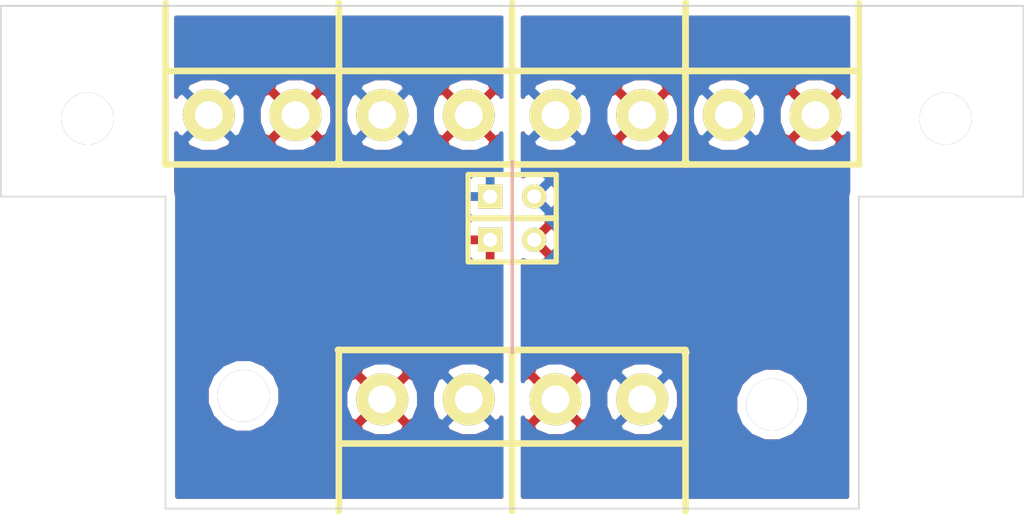
<source format=kicad_pcb>
(kicad_pcb (version 4) (host pcbnew "(2014-jul-16 BZR unknown)-product")

  (general
    (links 12)
    (no_connects 0)
    (area 138.449999 118.449999 197.550001 147.550001)
    (thickness 1.6)
    (drawings 10)
    (tracks 0)
    (zones 0)
    (modules 12)
    (nets 5)
  )

  (page A4)
  (layers
    (0 F.Cu power)
    (31 B.Cu power)
    (32 B.Adhes user)
    (33 F.Adhes user)
    (34 B.Paste user)
    (35 F.Paste user)
    (36 B.SilkS user)
    (37 F.SilkS user)
    (38 B.Mask user)
    (39 F.Mask user)
    (40 Dwgs.User user)
    (41 Cmts.User user)
    (42 Eco1.User user)
    (43 Eco2.User user)
    (44 Edge.Cuts user)
    (45 Margin user)
  )

  (setup
    (last_trace_width 0.254)
    (trace_clearance 0.254)
    (zone_clearance 0.508)
    (zone_45_only no)
    (trace_min 0.254)
    (segment_width 0.2)
    (edge_width 0.1)
    (via_size 0.889)
    (via_drill 0.635)
    (via_min_size 0.889)
    (via_min_drill 0.508)
    (uvia_size 0.508)
    (uvia_drill 0.127)
    (uvias_allowed no)
    (uvia_min_size 0.508)
    (uvia_min_drill 0.127)
    (pcb_text_width 0.3)
    (pcb_text_size 1.5 1.5)
    (mod_edge_width 0.15)
    (mod_text_size 1 1)
    (mod_text_width 0.15)
    (pad_size 1.5 1.5)
    (pad_drill 0.6)
    (pad_to_mask_clearance 0)
    (aux_axis_origin 0 0)
    (visible_elements 7FFFFFFF)
    (pcbplotparams
      (layerselection 0x00030_80000001)
      (usegerberextensions false)
      (excludeedgelayer true)
      (linewidth 0.050000)
      (plotframeref false)
      (viasonmask false)
      (mode 1)
      (useauxorigin false)
      (hpglpennumber 1)
      (hpglpenspeed 20)
      (hpglpendiameter 15)
      (hpglpenoverlay 2)
      (psnegative false)
      (psa4output false)
      (plotreference true)
      (plotvalue true)
      (plotinvisibletext false)
      (padsonsilk false)
      (subtractmaskfromsilk false)
      (outputformat 1)
      (mirror false)
      (drillshape 1)
      (scaleselection 1)
      (outputdirectory ""))
  )

  (net 0 "")
  (net 1 "Net-(CON1-Pad1)")
  (net 2 "Net-(CON1-Pad2)")
  (net 3 "Net-(CON3-Pad1)")
  (net 4 "Net-(CON3-Pad2)")

  (net_class Default "This is the default net class."
    (clearance 0.254)
    (trace_width 0.254)
    (via_dia 0.889)
    (via_drill 0.635)
    (uvia_dia 0.508)
    (uvia_drill 0.127)
    (add_net "Net-(CON1-Pad1)")
    (add_net "Net-(CON1-Pad2)")
    (add_net "Net-(CON3-Pad1)")
    (add_net "Net-(CON3-Pad2)")
  )

  (module Pyth_Connectors:2PIN_Screw_Block (layer F.Cu) (tedit 541709B1) (tstamp 5416F499)
    (at 163 121.5 270)
    (path /5411B85A)
    (fp_text reference CON1 (at 7.5 2 360) (layer F.SilkS) hide
      (effects (font (thickness 0.3048)))
    )
    (fp_text value 2PIN_SCREWTERMINAL (at -18.288 -8.636 270) (layer F.SilkS) hide
      (effects (font (thickness 0.3048)))
    )
    (fp_line (start 0.75184 -5.00126) (end 0.75184 5.00126) (layer F.SilkS) (width 0.381))
    (fp_line (start -3.1496 5.00126) (end 6.14934 5.00126) (layer F.SilkS) (width 0.381))
    (fp_line (start 6.14934 5.00126) (end 6.14934 -5.04952) (layer F.SilkS) (width 0.381))
    (fp_line (start -3.1496 -5.00126) (end 6.14934 -5.00126) (layer F.SilkS) (width 0.381))
    (fp_line (start 5.99948 4.95046) (end 5.99948 5.04952) (layer F.SilkS) (width 0.381))
    (pad 1 thru_hole circle (at 3.29946 -2.49936 270) (size 2.99974 2.99974) (drill 1.6002) (layers *.Cu *.Mask F.SilkS)
      (net 1 "Net-(CON1-Pad1)"))
    (pad 2 thru_hole circle (at 3.29946 2.49936 270) (size 2.99974 2.99974) (drill 1.6002) (layers *.Cu *.Mask F.SilkS)
      (net 2 "Net-(CON1-Pad2)"))
    (model walter/conn_screw/mstba_2,5-2-g-5,08.wrl
      (at (xyz 0.13 0 0))
      (scale (xyz 1 1 1))
      (rotate (xyz 0 0 -90))
    )
  )

  (module Pyth_Connectors:2PIN_Screw_Block (layer F.Cu) (tedit 541709AC) (tstamp 5416F4A4)
    (at 153 121.5 270)
    (path /5411B86E)
    (fp_text reference CON2 (at 7.5 0 360) (layer F.SilkS) hide
      (effects (font (thickness 0.3048)))
    )
    (fp_text value 2PIN_SCREWTERMINAL (at -18.288 -8.636 270) (layer F.SilkS) hide
      (effects (font (thickness 0.3048)))
    )
    (fp_line (start 0.75184 -5.00126) (end 0.75184 5.00126) (layer F.SilkS) (width 0.381))
    (fp_line (start -3.1496 5.00126) (end 6.14934 5.00126) (layer F.SilkS) (width 0.381))
    (fp_line (start 6.14934 5.00126) (end 6.14934 -5.04952) (layer F.SilkS) (width 0.381))
    (fp_line (start -3.1496 -5.00126) (end 6.14934 -5.00126) (layer F.SilkS) (width 0.381))
    (fp_line (start 5.99948 4.95046) (end 5.99948 5.04952) (layer F.SilkS) (width 0.381))
    (pad 1 thru_hole circle (at 3.29946 -2.49936 270) (size 2.99974 2.99974) (drill 1.6002) (layers *.Cu *.Mask F.SilkS)
      (net 1 "Net-(CON1-Pad1)"))
    (pad 2 thru_hole circle (at 3.29946 2.49936 270) (size 2.99974 2.99974) (drill 1.6002) (layers *.Cu *.Mask F.SilkS)
      (net 2 "Net-(CON1-Pad2)"))
    (model walter/conn_screw/mstba_2,5-2-g-5,08.wrl
      (at (xyz 0.13 0 0))
      (scale (xyz 1 1 1))
      (rotate (xyz 0 0 -90))
    )
  )

  (module Pyth_Connectors:2PIN_Screw_Block (layer F.Cu) (tedit 541709B4) (tstamp 5416F4AF)
    (at 173 121.5 270)
    (path /5411B882)
    (fp_text reference CON3 (at 7.5 -2 360) (layer F.SilkS) hide
      (effects (font (thickness 0.3048)))
    )
    (fp_text value 2PIN_SCREWTERMINAL (at -18.288 -8.636 270) (layer F.SilkS) hide
      (effects (font (thickness 0.3048)))
    )
    (fp_line (start 0.75184 -5.00126) (end 0.75184 5.00126) (layer F.SilkS) (width 0.381))
    (fp_line (start -3.1496 5.00126) (end 6.14934 5.00126) (layer F.SilkS) (width 0.381))
    (fp_line (start 6.14934 5.00126) (end 6.14934 -5.04952) (layer F.SilkS) (width 0.381))
    (fp_line (start -3.1496 -5.00126) (end 6.14934 -5.00126) (layer F.SilkS) (width 0.381))
    (fp_line (start 5.99948 4.95046) (end 5.99948 5.04952) (layer F.SilkS) (width 0.381))
    (pad 1 thru_hole circle (at 3.29946 -2.49936 270) (size 2.99974 2.99974) (drill 1.6002) (layers *.Cu *.Mask F.SilkS)
      (net 3 "Net-(CON3-Pad1)"))
    (pad 2 thru_hole circle (at 3.29946 2.49936 270) (size 2.99974 2.99974) (drill 1.6002) (layers *.Cu *.Mask F.SilkS)
      (net 4 "Net-(CON3-Pad2)"))
    (model walter/conn_screw/mstba_2,5-2-g-5,08.wrl
      (at (xyz 0.13 0 0))
      (scale (xyz 1 1 1))
      (rotate (xyz 0 0 -90))
    )
  )

  (module Pyth_Connectors:2PIN_Screw_Block (layer F.Cu) (tedit 541709B8) (tstamp 5416F4BA)
    (at 183 121.5 270)
    (path /5411B896)
    (fp_text reference CON4 (at 7.5 0 360) (layer F.SilkS) hide
      (effects (font (thickness 0.3048)))
    )
    (fp_text value 2PIN_SCREWTERMINAL (at -18.288 -8.636 270) (layer F.SilkS) hide
      (effects (font (thickness 0.3048)))
    )
    (fp_line (start 0.75184 -5.00126) (end 0.75184 5.00126) (layer F.SilkS) (width 0.381))
    (fp_line (start -3.1496 5.00126) (end 6.14934 5.00126) (layer F.SilkS) (width 0.381))
    (fp_line (start 6.14934 5.00126) (end 6.14934 -5.04952) (layer F.SilkS) (width 0.381))
    (fp_line (start -3.1496 -5.00126) (end 6.14934 -5.00126) (layer F.SilkS) (width 0.381))
    (fp_line (start 5.99948 4.95046) (end 5.99948 5.04952) (layer F.SilkS) (width 0.381))
    (pad 1 thru_hole circle (at 3.29946 -2.49936 270) (size 2.99974 2.99974) (drill 1.6002) (layers *.Cu *.Mask F.SilkS)
      (net 3 "Net-(CON3-Pad1)"))
    (pad 2 thru_hole circle (at 3.29946 2.49936 270) (size 2.99974 2.99974) (drill 1.6002) (layers *.Cu *.Mask F.SilkS)
      (net 4 "Net-(CON3-Pad2)"))
    (model walter/conn_screw/mstba_2,5-2-g-5,08.wrl
      (at (xyz 0.13 0 0))
      (scale (xyz 1 1 1))
      (rotate (xyz 0 0 -90))
    )
  )

  (module Pyth_Connectors:2PIN_Screw_Block (layer F.Cu) (tedit 541709A7) (tstamp 5416F4C5)
    (at 163 144.5 90)
    (path /5416EE7E)
    (fp_text reference CON5 (at 8 -2 180) (layer F.SilkS) hide
      (effects (font (thickness 0.3048)))
    )
    (fp_text value 2PIN_SCREWTERMINAL (at -18.288 -8.636 90) (layer F.SilkS) hide
      (effects (font (thickness 0.3048)))
    )
    (fp_line (start 0.75184 -5.00126) (end 0.75184 5.00126) (layer F.SilkS) (width 0.381))
    (fp_line (start -3.1496 5.00126) (end 6.14934 5.00126) (layer F.SilkS) (width 0.381))
    (fp_line (start 6.14934 5.00126) (end 6.14934 -5.04952) (layer F.SilkS) (width 0.381))
    (fp_line (start -3.1496 -5.00126) (end 6.14934 -5.00126) (layer F.SilkS) (width 0.381))
    (fp_line (start 5.99948 4.95046) (end 5.99948 5.04952) (layer F.SilkS) (width 0.381))
    (pad 1 thru_hole circle (at 3.29946 -2.49936 90) (size 2.99974 2.99974) (drill 1.6002) (layers *.Cu *.Mask F.SilkS)
      (net 1 "Net-(CON1-Pad1)"))
    (pad 2 thru_hole circle (at 3.29946 2.49936 90) (size 2.99974 2.99974) (drill 1.6002) (layers *.Cu *.Mask F.SilkS)
      (net 2 "Net-(CON1-Pad2)"))
    (model walter/conn_screw/mstba_2,5-2-g-5,08.wrl
      (at (xyz 0.13 0 0))
      (scale (xyz 1 1 1))
      (rotate (xyz 0 0 -90))
    )
  )

  (module Pyth_Connectors:2PIN_Screw_Block (layer F.Cu) (tedit 541709BB) (tstamp 5416F4D0)
    (at 173 144.5 90)
    (path /5416EF02)
    (fp_text reference CON6 (at 8 2 180) (layer F.SilkS) hide
      (effects (font (thickness 0.3048)))
    )
    (fp_text value 2PIN_SCREWTERMINAL (at -18.288 -8.636 90) (layer F.SilkS) hide
      (effects (font (thickness 0.3048)))
    )
    (fp_line (start 0.75184 -5.00126) (end 0.75184 5.00126) (layer F.SilkS) (width 0.381))
    (fp_line (start -3.1496 5.00126) (end 6.14934 5.00126) (layer F.SilkS) (width 0.381))
    (fp_line (start 6.14934 5.00126) (end 6.14934 -5.04952) (layer F.SilkS) (width 0.381))
    (fp_line (start -3.1496 -5.00126) (end 6.14934 -5.00126) (layer F.SilkS) (width 0.381))
    (fp_line (start 5.99948 4.95046) (end 5.99948 5.04952) (layer F.SilkS) (width 0.381))
    (pad 1 thru_hole circle (at 3.29946 -2.49936 90) (size 2.99974 2.99974) (drill 1.6002) (layers *.Cu *.Mask F.SilkS)
      (net 3 "Net-(CON3-Pad1)"))
    (pad 2 thru_hole circle (at 3.29946 2.49936 90) (size 2.99974 2.99974) (drill 1.6002) (layers *.Cu *.Mask F.SilkS)
      (net 4 "Net-(CON3-Pad2)"))
    (model walter/conn_screw/mstba_2,5-2-g-5,08.wrl
      (at (xyz 0.13 0 0))
      (scale (xyz 1 1 1))
      (rotate (xyz 0 0 -90))
    )
  )

  (module Connect:SIL-2 (layer F.Cu) (tedit 5416F56E) (tstamp 5416F4DA)
    (at 168 132)
    (descr "Connecteurs 2 pins")
    (tags "CONN DEV")
    (path /5416F67E)
    (fp_text reference JP1 (at 28 3.5) (layer F.SilkS) hide
      (effects (font (size 1.72974 1.08712) (thickness 0.27178)))
    )
    (fp_text value JUMPER (at 27.5 5.5) (layer F.SilkS) hide
      (effects (font (size 1.524 1.016) (thickness 0.3048)))
    )
    (fp_line (start -2.54 1.27) (end -2.54 -1.27) (layer F.SilkS) (width 0.3048))
    (fp_line (start -2.54 -1.27) (end 2.54 -1.27) (layer F.SilkS) (width 0.3048))
    (fp_line (start 2.54 -1.27) (end 2.54 1.27) (layer F.SilkS) (width 0.3048))
    (fp_line (start 2.54 1.27) (end -2.54 1.27) (layer F.SilkS) (width 0.3048))
    (pad 1 thru_hole rect (at -1.27 0) (size 1.397 1.397) (drill 0.8128) (layers *.Cu *.Mask F.SilkS)
      (net 1 "Net-(CON1-Pad1)"))
    (pad 2 thru_hole circle (at 1.27 0) (size 1.397 1.397) (drill 0.8128) (layers *.Cu *.Mask F.SilkS)
      (net 3 "Net-(CON3-Pad1)"))
  )

  (module Connect:SIL-2 (layer F.Cu) (tedit 5416F58C) (tstamp 5416F4E4)
    (at 168 129.5)
    (descr "Connecteurs 2 pins")
    (tags "CONN DEV")
    (path /5416F6C7)
    (fp_text reference JP2 (at 32.5 6) (layer F.SilkS) hide
      (effects (font (size 1.72974 1.08712) (thickness 0.27178)))
    )
    (fp_text value JUMPER (at 33.5 8) (layer F.SilkS) hide
      (effects (font (size 1.524 1.016) (thickness 0.3048)))
    )
    (fp_line (start -2.54 1.27) (end -2.54 -1.27) (layer F.SilkS) (width 0.3048))
    (fp_line (start -2.54 -1.27) (end 2.54 -1.27) (layer F.SilkS) (width 0.3048))
    (fp_line (start 2.54 -1.27) (end 2.54 1.27) (layer F.SilkS) (width 0.3048))
    (fp_line (start 2.54 1.27) (end -2.54 1.27) (layer F.SilkS) (width 0.3048))
    (pad 1 thru_hole rect (at -1.27 0) (size 1.397 1.397) (drill 0.8128) (layers *.Cu *.Mask F.SilkS)
      (net 2 "Net-(CON1-Pad2)"))
    (pad 2 thru_hole circle (at 1.27 0) (size 1.397 1.397) (drill 0.8128) (layers *.Cu *.Mask F.SilkS)
      (net 4 "Net-(CON3-Pad2)"))
  )

  (module Mounting_Holes:MountingHole_3mm (layer F.Cu) (tedit 54170993) (tstamp 5416F4EA)
    (at 193 125)
    (descr "Mounting hole, Befestigungsbohrung, 3mm, No Annular, Kein Restring,")
    (tags "Mounting hole, Befestigungsbohrung, 3mm, No Annular, Kein Restring,")
    (path /5416F0DF)
    (fp_text reference M1 (at 0 -4.0005) (layer F.SilkS) hide
      (effects (font (thickness 0.3048)))
    )
    (fp_text value Mounting_hole (at 5 7) (layer F.SilkS) hide
      (effects (font (thickness 0.3048)))
    )
    (fp_circle (center 0 0) (end 2.99974 0) (layer Cmts.User) (width 0.381))
    (pad 1 thru_hole circle (at 0 0) (size 2.99974 2.99974) (drill 2.99974) (layers))
  )

  (module Mounting_Holes:MountingHole_3mm (layer F.Cu) (tedit 541709BC) (tstamp 5416F4F0)
    (at 143.5 125)
    (descr "Mounting hole, Befestigungsbohrung, 3mm, No Annular, Kein Restring,")
    (tags "Mounting hole, Befestigungsbohrung, 3mm, No Annular, Kein Restring,")
    (path /5416F10E)
    (fp_text reference M2 (at 0 -4.0005) (layer F.SilkS) hide
      (effects (font (thickness 0.3048)))
    )
    (fp_text value Mounting_hole (at -6 8.5) (layer F.SilkS) hide
      (effects (font (thickness 0.3048)))
    )
    (fp_circle (center 0 0) (end 2.99974 0) (layer Cmts.User) (width 0.381))
    (pad 1 thru_hole circle (at 0 0) (size 2.99974 2.99974) (drill 2.99974) (layers))
  )

  (module Mounting_Holes:MountingHole_3mm (layer F.Cu) (tedit 5417099C) (tstamp 5416F4F6)
    (at 152.5 141)
    (descr "Mounting hole, Befestigungsbohrung, 3mm, No Annular, Kein Restring,")
    (tags "Mounting hole, Befestigungsbohrung, 3mm, No Annular, Kein Restring,")
    (path /5416F227)
    (fp_text reference M3 (at 0 -4.0005) (layer F.SilkS) hide
      (effects (font (thickness 0.3048)))
    )
    (fp_text value Mounting_hole (at -17.5 18.5) (layer F.SilkS) hide
      (effects (font (thickness 0.3048)))
    )
    (fp_circle (center 0 0) (end 2.99974 0) (layer Cmts.User) (width 0.381))
    (pad 1 thru_hole circle (at 0 0) (size 2.99974 2.99974) (drill 2.99974) (layers))
  )

  (module Mounting_Holes:MountingHole_3mm (layer F.Cu) (tedit 541709A0) (tstamp 5416F4FC)
    (at 183 141.5)
    (descr "Mounting hole, Befestigungsbohrung, 3mm, No Annular, Kein Restring,")
    (tags "Mounting hole, Befestigungsbohrung, 3mm, No Annular, Kein Restring,")
    (path /5416F260)
    (fp_text reference M4 (at 0 -4.0005) (layer F.SilkS) hide
      (effects (font (thickness 0.3048)))
    )
    (fp_text value Mounting_hole (at 1.00076 5.00126) (layer F.SilkS) hide
      (effects (font (thickness 0.3048)))
    )
    (fp_circle (center 0 0) (end 2.99974 0) (layer Cmts.User) (width 0.381))
    (pad 1 thru_hole circle (at 0 0) (size 2.99974 2.99974) (drill 2.99974) (layers))
  )

  (gr_line (start 168 127.5) (end 168 138.5) (angle 90) (layer B.SilkS) (width 0.2))
  (gr_line (start 168 127.5) (end 168 138.5) (angle 90) (layer F.SilkS) (width 0.2))
  (gr_line (start 188 147.5) (end 148 147.5) (angle 90) (layer Edge.Cuts) (width 0.1))
  (gr_line (start 188 129.5) (end 188 147.5) (angle 90) (layer Edge.Cuts) (width 0.1))
  (gr_line (start 197.5 129.5) (end 188 129.5) (angle 90) (layer Edge.Cuts) (width 0.1))
  (gr_line (start 197.5 118.5) (end 197.5 129.5) (angle 90) (layer Edge.Cuts) (width 0.1))
  (gr_line (start 138.5 118.5) (end 197.5 118.5) (angle 90) (layer Edge.Cuts) (width 0.1))
  (gr_line (start 138.5 129.5) (end 138.5 118.5) (angle 90) (layer Edge.Cuts) (width 0.1))
  (gr_line (start 148 129.5) (end 138.5 129.5) (angle 90) (layer Edge.Cuts) (width 0.1))
  (gr_line (start 148 147.5) (end 148 129.5) (angle 90) (layer Edge.Cuts) (width 0.1))

  (zone (net 1) (net_name "Net-(CON1-Pad1)") (layer F.Cu) (tstamp 54170805) (hatch edge 0.508)
    (connect_pads (clearance 0.508))
    (min_thickness 0.254)
    (fill yes (arc_segments 16) (thermal_gap 0.508) (thermal_bridge_width 0.508))
    (polygon
      (pts
        (xy 167.5 147) (xy 148.5 147) (xy 148.5 119) (xy 167.5 119)
      )
    )
    (filled_polygon
      (pts
        (xy 167.373 146.815) (xy 162.643235 146.815) (xy 162.643235 141.584323) (xy 162.63588 141.199464) (xy 162.63588 124.376671)
        (xy 162.31155 123.591733) (xy 161.711526 122.99066) (xy 160.927155 122.664961) (xy 160.077851 122.66422) (xy 159.292913 122.98855)
        (xy 158.69184 123.588574) (xy 158.366141 124.372945) (xy 158.3654 125.222249) (xy 158.68973 126.007187) (xy 159.289754 126.60826)
        (xy 160.074125 126.933959) (xy 160.923429 126.9347) (xy 161.708367 126.61037) (xy 162.30944 126.010346) (xy 162.635139 125.225975)
        (xy 162.63588 124.376671) (xy 162.63588 141.199464) (xy 162.627007 140.735174) (xy 162.333272 140.026035) (xy 162.014517 139.866268)
        (xy 161.834912 140.045873) (xy 161.834912 139.686663) (xy 161.675145 139.367908) (xy 160.884423 139.057945) (xy 160.035274 139.074173)
        (xy 159.326135 139.367908) (xy 159.166368 139.686663) (xy 160.50064 141.020935) (xy 161.834912 139.686663) (xy 161.834912 140.045873)
        (xy 160.680245 141.20054) (xy 162.014517 142.534812) (xy 162.333272 142.375045) (xy 162.643235 141.584323) (xy 162.643235 146.815)
        (xy 161.834912 146.815) (xy 161.834912 142.714417) (xy 160.50064 141.380145) (xy 160.321035 141.55975) (xy 160.321035 141.20054)
        (xy 158.986763 139.866268) (xy 158.668008 140.026035) (xy 158.358045 140.816757) (xy 158.374273 141.665906) (xy 158.668008 142.375045)
        (xy 158.986763 142.534812) (xy 160.321035 141.20054) (xy 160.321035 141.55975) (xy 159.166368 142.714417) (xy 159.326135 143.033172)
        (xy 160.116857 143.343135) (xy 160.966006 143.326907) (xy 161.675145 143.033172) (xy 161.834912 142.714417) (xy 161.834912 146.815)
        (xy 157.641955 146.815) (xy 157.641955 125.183243) (xy 157.625727 124.334094) (xy 157.331992 123.624955) (xy 157.013237 123.465188)
        (xy 156.833632 123.644793) (xy 156.833632 123.285583) (xy 156.673865 122.966828) (xy 155.883143 122.656865) (xy 155.033994 122.673093)
        (xy 154.324855 122.966828) (xy 154.165088 123.285583) (xy 155.49936 124.619855) (xy 156.833632 123.285583) (xy 156.833632 123.644793)
        (xy 155.678965 124.79946) (xy 157.013237 126.133732) (xy 157.331992 125.973965) (xy 157.641955 125.183243) (xy 157.641955 146.815)
        (xy 156.833632 146.815) (xy 156.833632 126.313337) (xy 155.49936 124.979065) (xy 155.319755 125.15867) (xy 155.319755 124.79946)
        (xy 153.985483 123.465188) (xy 153.666728 123.624955) (xy 153.356765 124.415677) (xy 153.372993 125.264826) (xy 153.666728 125.973965)
        (xy 153.985483 126.133732) (xy 155.319755 124.79946) (xy 155.319755 125.15867) (xy 154.165088 126.313337) (xy 154.324855 126.632092)
        (xy 155.115577 126.942055) (xy 155.964726 126.925827) (xy 156.673865 126.632092) (xy 156.833632 126.313337) (xy 156.833632 146.815)
        (xy 154.63524 146.815) (xy 154.63524 140.577211) (xy 154.31091 139.792273) (xy 153.710886 139.1912) (xy 152.926515 138.865501)
        (xy 152.077211 138.86476) (xy 151.292273 139.18909) (xy 150.6912 139.789114) (xy 150.365501 140.573485) (xy 150.36476 141.422789)
        (xy 150.68909 142.207727) (xy 151.289114 142.8088) (xy 152.073485 143.134499) (xy 152.922789 143.13524) (xy 153.707727 142.81091)
        (xy 154.3088 142.210886) (xy 154.634499 141.426515) (xy 154.63524 140.577211) (xy 154.63524 146.815) (xy 148.685 146.815)
        (xy 148.685 129.5) (xy 148.632857 129.237862) (xy 148.627 129.229096) (xy 148.627 125.855368) (xy 148.68973 126.007187)
        (xy 149.289754 126.60826) (xy 150.074125 126.933959) (xy 150.923429 126.9347) (xy 151.708367 126.61037) (xy 152.30944 126.010346)
        (xy 152.635139 125.225975) (xy 152.63588 124.376671) (xy 152.31155 123.591733) (xy 151.711526 122.99066) (xy 150.927155 122.664961)
        (xy 150.077851 122.66422) (xy 149.292913 122.98855) (xy 148.69184 123.588574) (xy 148.627 123.744726) (xy 148.627 119.185)
        (xy 167.373 119.185) (xy 167.373 123.723957) (xy 167.331992 123.624955) (xy 167.013237 123.465188) (xy 166.833632 123.644793)
        (xy 166.833632 123.285583) (xy 166.673865 122.966828) (xy 165.883143 122.656865) (xy 165.033994 122.673093) (xy 164.324855 122.966828)
        (xy 164.165088 123.285583) (xy 165.49936 124.619855) (xy 166.833632 123.285583) (xy 166.833632 123.644793) (xy 165.678965 124.79946)
        (xy 167.013237 126.133732) (xy 167.331992 125.973965) (xy 167.373 125.869352) (xy 167.373 128.1665) (xy 167.302191 128.1665)
        (xy 166.833632 128.1665) (xy 166.833632 126.313337) (xy 165.49936 124.979065) (xy 165.319755 125.15867) (xy 165.319755 124.79946)
        (xy 163.985483 123.465188) (xy 163.666728 123.624955) (xy 163.356765 124.415677) (xy 163.372993 125.264826) (xy 163.666728 125.973965)
        (xy 163.985483 126.133732) (xy 165.319755 124.79946) (xy 165.319755 125.15867) (xy 164.165088 126.313337) (xy 164.324855 126.632092)
        (xy 165.115577 126.942055) (xy 165.964726 126.925827) (xy 166.673865 126.632092) (xy 166.833632 126.313337) (xy 166.833632 128.1665)
        (xy 165.905191 128.1665) (xy 165.671802 128.263173) (xy 165.493173 128.441801) (xy 165.3965 128.67519) (xy 165.3965 128.927809)
        (xy 165.3965 130.324809) (xy 165.493173 130.558198) (xy 165.671801 130.736827) (xy 165.703603 130.75) (xy 165.671802 130.763173)
        (xy 165.493173 130.941801) (xy 165.3965 131.17519) (xy 165.3965 131.427809) (xy 165.3965 131.71425) (xy 165.55525 131.873)
        (xy 166.603 131.873) (xy 166.603 131.853) (xy 166.857 131.853) (xy 166.857 131.873) (xy 166.877 131.873)
        (xy 166.877 132.127) (xy 166.857 132.127) (xy 166.857 133.17475) (xy 167.01575 133.3335) (xy 167.373 133.3335)
        (xy 167.373 140.144631) (xy 167.31027 139.992813) (xy 166.710246 139.39174) (xy 166.603 139.347207) (xy 166.603 133.17475)
        (xy 166.603 132.127) (xy 165.55525 132.127) (xy 165.3965 132.28575) (xy 165.3965 132.572191) (xy 165.3965 132.82481)
        (xy 165.493173 133.058199) (xy 165.671802 133.236827) (xy 165.905191 133.3335) (xy 166.44425 133.3335) (xy 166.603 133.17475)
        (xy 166.603 139.347207) (xy 165.925875 139.066041) (xy 165.076571 139.0653) (xy 164.291633 139.38963) (xy 163.69056 139.989654)
        (xy 163.364861 140.774025) (xy 163.36412 141.623329) (xy 163.68845 142.408267) (xy 164.288474 143.00934) (xy 165.072845 143.335039)
        (xy 165.922149 143.33578) (xy 166.707087 143.01145) (xy 167.30816 142.411426) (xy 167.373 142.255273) (xy 167.373 146.815)
      )
    )
  )
  (zone (net 2) (net_name "Net-(CON1-Pad2)") (layer B.Cu) (tstamp 54170828) (hatch edge 0.508)
    (connect_pads (clearance 0.508))
    (min_thickness 0.254)
    (fill yes (arc_segments 16) (thermal_gap 0.508) (thermal_bridge_width 0.508))
    (polygon
      (pts
        (xy 167.5 119) (xy 167.5 147) (xy 148.5 147) (xy 148.5 119)
      )
    )
    (filled_polygon
      (pts
        (xy 167.373 146.815) (xy 166.833632 146.815) (xy 166.833632 142.714417) (xy 165.49936 141.380145) (xy 165.319755 141.55975)
        (xy 165.319755 141.20054) (xy 163.985483 139.866268) (xy 163.666728 140.026035) (xy 163.356765 140.816757) (xy 163.372993 141.665906)
        (xy 163.666728 142.375045) (xy 163.985483 142.534812) (xy 165.319755 141.20054) (xy 165.319755 141.55975) (xy 164.165088 142.714417)
        (xy 164.324855 143.033172) (xy 165.115577 143.343135) (xy 165.964726 143.326907) (xy 166.673865 143.033172) (xy 166.833632 142.714417)
        (xy 166.833632 146.815) (xy 162.643235 146.815) (xy 162.643235 125.183243) (xy 162.627007 124.334094) (xy 162.333272 123.624955)
        (xy 162.014517 123.465188) (xy 161.834912 123.644793) (xy 161.834912 123.285583) (xy 161.675145 122.966828) (xy 160.884423 122.656865)
        (xy 160.035274 122.673093) (xy 159.326135 122.966828) (xy 159.166368 123.285583) (xy 160.50064 124.619855) (xy 161.834912 123.285583)
        (xy 161.834912 123.644793) (xy 160.680245 124.79946) (xy 162.014517 126.133732) (xy 162.333272 125.973965) (xy 162.643235 125.183243)
        (xy 162.643235 146.815) (xy 162.63588 146.815) (xy 162.63588 140.777751) (xy 162.31155 139.992813) (xy 161.834912 139.515341)
        (xy 161.834912 126.313337) (xy 160.50064 124.979065) (xy 160.321035 125.15867) (xy 160.321035 124.79946) (xy 158.986763 123.465188)
        (xy 158.668008 123.624955) (xy 158.358045 124.415677) (xy 158.374273 125.264826) (xy 158.668008 125.973965) (xy 158.986763 126.133732)
        (xy 160.321035 124.79946) (xy 160.321035 125.15867) (xy 159.166368 126.313337) (xy 159.326135 126.632092) (xy 160.116857 126.942055)
        (xy 160.966006 126.925827) (xy 161.675145 126.632092) (xy 161.834912 126.313337) (xy 161.834912 139.515341) (xy 161.711526 139.39174)
        (xy 160.927155 139.066041) (xy 160.077851 139.0653) (xy 159.292913 139.38963) (xy 158.69184 139.989654) (xy 158.366141 140.774025)
        (xy 158.3654 141.623329) (xy 158.68973 142.408267) (xy 159.289754 143.00934) (xy 160.074125 143.335039) (xy 160.923429 143.33578)
        (xy 161.708367 143.01145) (xy 162.30944 142.411426) (xy 162.635139 141.627055) (xy 162.63588 140.777751) (xy 162.63588 146.815)
        (xy 157.6346 146.815) (xy 157.6346 124.376671) (xy 157.31027 123.591733) (xy 156.710246 122.99066) (xy 155.925875 122.664961)
        (xy 155.076571 122.66422) (xy 154.291633 122.98855) (xy 153.69056 123.588574) (xy 153.364861 124.372945) (xy 153.36412 125.222249)
        (xy 153.68845 126.007187) (xy 154.288474 126.60826) (xy 155.072845 126.933959) (xy 155.922149 126.9347) (xy 156.707087 126.61037)
        (xy 157.30816 126.010346) (xy 157.633859 125.225975) (xy 157.6346 124.376671) (xy 157.6346 146.815) (xy 154.63524 146.815)
        (xy 154.63524 140.577211) (xy 154.31091 139.792273) (xy 153.710886 139.1912) (xy 152.926515 138.865501) (xy 152.643235 138.865253)
        (xy 152.643235 125.183243) (xy 152.627007 124.334094) (xy 152.333272 123.624955) (xy 152.014517 123.465188) (xy 151.834912 123.644793)
        (xy 151.834912 123.285583) (xy 151.675145 122.966828) (xy 150.884423 122.656865) (xy 150.035274 122.673093) (xy 149.326135 122.966828)
        (xy 149.166368 123.285583) (xy 150.50064 124.619855) (xy 151.834912 123.285583) (xy 151.834912 123.644793) (xy 150.680245 124.79946)
        (xy 152.014517 126.133732) (xy 152.333272 125.973965) (xy 152.643235 125.183243) (xy 152.643235 138.865253) (xy 152.077211 138.86476)
        (xy 151.834912 138.964875) (xy 151.834912 126.313337) (xy 150.50064 124.979065) (xy 149.166368 126.313337) (xy 149.326135 126.632092)
        (xy 150.116857 126.942055) (xy 150.966006 126.925827) (xy 151.675145 126.632092) (xy 151.834912 126.313337) (xy 151.834912 138.964875)
        (xy 151.292273 139.18909) (xy 150.6912 139.789114) (xy 150.365501 140.573485) (xy 150.36476 141.422789) (xy 150.68909 142.207727)
        (xy 151.289114 142.8088) (xy 152.073485 143.134499) (xy 152.922789 143.13524) (xy 153.707727 142.81091) (xy 154.3088 142.210886)
        (xy 154.634499 141.426515) (xy 154.63524 140.577211) (xy 154.63524 146.815) (xy 148.685 146.815) (xy 148.685 129.5)
        (xy 148.632857 129.237862) (xy 148.627 129.229096) (xy 148.627 125.874962) (xy 148.668008 125.973965) (xy 148.986763 126.133732)
        (xy 150.321035 124.79946) (xy 148.986763 123.465188) (xy 148.668008 123.624955) (xy 148.627 123.729567) (xy 148.627 119.185)
        (xy 167.373 119.185) (xy 167.373 123.743551) (xy 167.31027 123.591733) (xy 166.710246 122.99066) (xy 165.925875 122.664961)
        (xy 165.076571 122.66422) (xy 164.291633 122.98855) (xy 163.69056 123.588574) (xy 163.364861 124.372945) (xy 163.36412 125.222249)
        (xy 163.68845 126.007187) (xy 164.288474 126.60826) (xy 165.072845 126.933959) (xy 165.922149 126.9347) (xy 166.707087 126.61037)
        (xy 167.30816 126.010346) (xy 167.373 125.854193) (xy 167.373 128.1665) (xy 167.01575 128.1665) (xy 166.857 128.32525)
        (xy 166.857 129.373) (xy 166.877 129.373) (xy 166.877 129.627) (xy 166.857 129.627) (xy 166.857 129.647)
        (xy 166.603 129.647) (xy 166.603 129.627) (xy 166.603 129.373) (xy 166.603 128.32525) (xy 166.44425 128.1665)
        (xy 165.905191 128.1665) (xy 165.671802 128.263173) (xy 165.493173 128.441801) (xy 165.3965 128.67519) (xy 165.3965 128.927809)
        (xy 165.3965 129.21425) (xy 165.55525 129.373) (xy 166.603 129.373) (xy 166.603 129.627) (xy 165.55525 129.627)
        (xy 165.3965 129.78575) (xy 165.3965 130.072191) (xy 165.3965 130.32481) (xy 165.493173 130.558199) (xy 165.671802 130.736827)
        (xy 165.703604 130.75) (xy 165.671802 130.763173) (xy 165.493173 130.941801) (xy 165.3965 131.17519) (xy 165.3965 131.427809)
        (xy 165.3965 132.824809) (xy 165.493173 133.058198) (xy 165.671801 133.236827) (xy 165.90519 133.3335) (xy 166.157809 133.3335)
        (xy 167.373 133.3335) (xy 167.373 140.125037) (xy 167.331992 140.026035) (xy 167.013237 139.866268) (xy 166.833632 140.045873)
        (xy 166.833632 139.686663) (xy 166.673865 139.367908) (xy 165.883143 139.057945) (xy 165.033994 139.074173) (xy 164.324855 139.367908)
        (xy 164.165088 139.686663) (xy 165.49936 141.020935) (xy 166.833632 139.686663) (xy 166.833632 140.045873) (xy 165.678965 141.20054)
        (xy 167.013237 142.534812) (xy 167.331992 142.375045) (xy 167.373 142.270432) (xy 167.373 146.815)
      )
    )
  )
  (zone (net 4) (net_name "Net-(CON3-Pad2)") (layer B.Cu) (tstamp 5417086B) (hatch edge 0.508)
    (connect_pads (clearance 0.508))
    (min_thickness 0.254)
    (fill yes (arc_segments 16) (thermal_gap 0.508) (thermal_bridge_width 0.508))
    (polygon
      (pts
        (xy 168.5 119) (xy 168.5 147) (xy 187.5 147) (xy 187.5 119)
      )
    )
    (filled_polygon
      (pts
        (xy 187.373 129.229096) (xy 187.367143 129.237862) (xy 187.315 129.5) (xy 187.315 146.815) (xy 185.13524 146.815)
        (xy 185.13524 141.077211) (xy 184.81091 140.292273) (xy 184.210886 139.6912) (xy 183.426515 139.365501) (xy 182.643235 139.364817)
        (xy 182.643235 125.183243) (xy 182.627007 124.334094) (xy 182.333272 123.624955) (xy 182.014517 123.465188) (xy 181.834912 123.644793)
        (xy 181.834912 123.285583) (xy 181.675145 122.966828) (xy 180.884423 122.656865) (xy 180.035274 122.673093) (xy 179.326135 122.966828)
        (xy 179.166368 123.285583) (xy 180.50064 124.619855) (xy 181.834912 123.285583) (xy 181.834912 123.644793) (xy 180.680245 124.79946)
        (xy 182.014517 126.133732) (xy 182.333272 125.973965) (xy 182.643235 125.183243) (xy 182.643235 139.364817) (xy 182.577211 139.36476)
        (xy 181.834912 139.671471) (xy 181.834912 126.313337) (xy 180.50064 124.979065) (xy 180.321035 125.15867) (xy 180.321035 124.79946)
        (xy 178.986763 123.465188) (xy 178.668008 123.624955) (xy 178.358045 124.415677) (xy 178.374273 125.264826) (xy 178.668008 125.973965)
        (xy 178.986763 126.133732) (xy 180.321035 124.79946) (xy 180.321035 125.15867) (xy 179.166368 126.313337) (xy 179.326135 126.632092)
        (xy 180.116857 126.942055) (xy 180.966006 126.925827) (xy 181.675145 126.632092) (xy 181.834912 126.313337) (xy 181.834912 139.671471)
        (xy 181.792273 139.68909) (xy 181.1912 140.289114) (xy 180.865501 141.073485) (xy 180.86476 141.922789) (xy 181.18909 142.707727)
        (xy 181.789114 143.3088) (xy 182.573485 143.634499) (xy 183.422789 143.63524) (xy 184.207727 143.31091) (xy 184.8088 142.710886)
        (xy 185.134499 141.926515) (xy 185.13524 141.077211) (xy 185.13524 146.815) (xy 177.641955 146.815) (xy 177.641955 141.584323)
        (xy 177.6346 141.199464) (xy 177.6346 124.376671) (xy 177.31027 123.591733) (xy 176.710246 122.99066) (xy 175.925875 122.664961)
        (xy 175.076571 122.66422) (xy 174.291633 122.98855) (xy 173.69056 123.588574) (xy 173.364861 124.372945) (xy 173.36412 125.222249)
        (xy 173.68845 126.007187) (xy 174.288474 126.60826) (xy 175.072845 126.933959) (xy 175.922149 126.9347) (xy 176.707087 126.61037)
        (xy 177.30816 126.010346) (xy 177.633859 125.225975) (xy 177.6346 124.376671) (xy 177.6346 141.199464) (xy 177.625727 140.735174)
        (xy 177.331992 140.026035) (xy 177.013237 139.866268) (xy 176.833632 140.045873) (xy 176.833632 139.686663) (xy 176.673865 139.367908)
        (xy 175.883143 139.057945) (xy 175.033994 139.074173) (xy 174.324855 139.367908) (xy 174.165088 139.686663) (xy 175.49936 141.020935)
        (xy 176.833632 139.686663) (xy 176.833632 140.045873) (xy 175.678965 141.20054) (xy 177.013237 142.534812) (xy 177.331992 142.375045)
        (xy 177.641955 141.584323) (xy 177.641955 146.815) (xy 176.833632 146.815) (xy 176.833632 142.714417) (xy 175.49936 141.380145)
        (xy 175.319755 141.55975) (xy 175.319755 141.20054) (xy 173.985483 139.866268) (xy 173.666728 140.026035) (xy 173.356765 140.816757)
        (xy 173.372993 141.665906) (xy 173.666728 142.375045) (xy 173.985483 142.534812) (xy 175.319755 141.20054) (xy 175.319755 141.55975)
        (xy 174.165088 142.714417) (xy 174.324855 143.033172) (xy 175.115577 143.343135) (xy 175.964726 143.326907) (xy 176.673865 143.033172)
        (xy 176.833632 142.714417) (xy 176.833632 146.815) (xy 172.643235 146.815) (xy 172.643235 125.183243) (xy 172.627007 124.334094)
        (xy 172.333272 123.624955) (xy 172.014517 123.465188) (xy 171.834912 123.644793) (xy 171.834912 123.285583) (xy 171.675145 122.966828)
        (xy 170.884423 122.656865) (xy 170.035274 122.673093) (xy 169.326135 122.966828) (xy 169.166368 123.285583) (xy 170.50064 124.619855)
        (xy 171.834912 123.285583) (xy 171.834912 123.644793) (xy 170.680245 124.79946) (xy 172.014517 126.133732) (xy 172.333272 125.973965)
        (xy 172.643235 125.183243) (xy 172.643235 146.815) (xy 168.627 146.815) (xy 168.627 142.256448) (xy 168.68973 142.408267)
        (xy 169.289754 143.00934) (xy 170.074125 143.335039) (xy 170.923429 143.33578) (xy 171.708367 143.01145) (xy 172.30944 142.411426)
        (xy 172.635139 141.627055) (xy 172.63588 140.777751) (xy 172.31155 139.992813) (xy 171.834912 139.515341) (xy 171.834912 126.313337)
        (xy 170.50064 124.979065) (xy 169.166368 126.313337) (xy 169.326135 126.632092) (xy 170.116857 126.942055) (xy 170.966006 126.925827)
        (xy 171.675145 126.632092) (xy 171.834912 126.313337) (xy 171.834912 139.515341) (xy 171.711526 139.39174) (xy 170.927155 139.066041)
        (xy 170.615927 139.065769) (xy 170.615927 129.69252) (xy 170.587148 129.162801) (xy 170.4398 128.807071) (xy 170.204188 128.745417)
        (xy 169.449605 129.5) (xy 170.204188 130.254583) (xy 170.4398 130.192929) (xy 170.615927 129.69252) (xy 170.615927 139.065769)
        (xy 170.077851 139.0653) (xy 169.292913 139.38963) (xy 168.69184 139.989654) (xy 168.627 140.145806) (xy 168.627 133.176895)
        (xy 169.003587 133.333268) (xy 169.534086 133.333731) (xy 170.02438 133.131146) (xy 170.399827 132.756353) (xy 170.603268 132.266413)
        (xy 170.603731 131.735914) (xy 170.401146 131.24562) (xy 170.026353 130.870173) (xy 169.753106 130.756711) (xy 169.962929 130.6698)
        (xy 170.024583 130.434188) (xy 169.27 129.679605) (xy 169.255857 129.693747) (xy 169.076252 129.514142) (xy 169.090395 129.5)
        (xy 169.076252 129.485857) (xy 169.255857 129.306252) (xy 169.27 129.320395) (xy 170.024583 128.565812) (xy 169.962929 128.3302)
        (xy 169.46252 128.154073) (xy 168.932801 128.182852) (xy 168.627 128.309518) (xy 168.627 125.874962) (xy 168.668008 125.973965)
        (xy 168.986763 126.133732) (xy 170.321035 124.79946) (xy 168.986763 123.465188) (xy 168.668008 123.624955) (xy 168.627 123.729567)
        (xy 168.627 119.185) (xy 187.373 119.185) (xy 187.373 123.743551) (xy 187.31027 123.591733) (xy 186.710246 122.99066)
        (xy 185.925875 122.664961) (xy 185.076571 122.66422) (xy 184.291633 122.98855) (xy 183.69056 123.588574) (xy 183.364861 124.372945)
        (xy 183.36412 125.222249) (xy 183.68845 126.007187) (xy 184.288474 126.60826) (xy 185.072845 126.933959) (xy 185.922149 126.9347)
        (xy 186.707087 126.61037) (xy 187.30816 126.010346) (xy 187.373 125.854193) (xy 187.373 129.229096)
      )
    )
  )
  (zone (net 3) (net_name "Net-(CON3-Pad1)") (layer F.Cu) (tstamp 54170883) (hatch edge 0.508)
    (connect_pads (clearance 0.508))
    (min_thickness 0.254)
    (fill yes (arc_segments 16) (thermal_gap 0.508) (thermal_bridge_width 0.508))
    (polygon
      (pts
        (xy 168.5 119) (xy 168.5 147) (xy 187.5 147) (xy 187.5 119)
      )
    )
    (filled_polygon
      (pts
        (xy 187.373 129.229096) (xy 187.367143 129.237862) (xy 187.315 129.5) (xy 187.315 146.815) (xy 186.833632 146.815)
        (xy 186.833632 126.313337) (xy 185.49936 124.979065) (xy 185.319755 125.15867) (xy 185.319755 124.79946) (xy 183.985483 123.465188)
        (xy 183.666728 123.624955) (xy 183.356765 124.415677) (xy 183.372993 125.264826) (xy 183.666728 125.973965) (xy 183.985483 126.133732)
        (xy 185.319755 124.79946) (xy 185.319755 125.15867) (xy 184.165088 126.313337) (xy 184.324855 126.632092) (xy 185.115577 126.942055)
        (xy 185.964726 126.925827) (xy 186.673865 126.632092) (xy 186.833632 126.313337) (xy 186.833632 146.815) (xy 185.13524 146.815)
        (xy 185.13524 141.077211) (xy 184.81091 140.292273) (xy 184.210886 139.6912) (xy 183.426515 139.365501) (xy 182.63588 139.364811)
        (xy 182.63588 124.376671) (xy 182.31155 123.591733) (xy 181.711526 122.99066) (xy 180.927155 122.664961) (xy 180.077851 122.66422)
        (xy 179.292913 122.98855) (xy 178.69184 123.588574) (xy 178.366141 124.372945) (xy 178.3654 125.222249) (xy 178.68973 126.007187)
        (xy 179.289754 126.60826) (xy 180.074125 126.933959) (xy 180.923429 126.9347) (xy 181.708367 126.61037) (xy 182.30944 126.010346)
        (xy 182.635139 125.225975) (xy 182.63588 124.376671) (xy 182.63588 139.364811) (xy 182.577211 139.36476) (xy 181.792273 139.68909)
        (xy 181.1912 140.289114) (xy 180.865501 141.073485) (xy 180.86476 141.922789) (xy 181.18909 142.707727) (xy 181.789114 143.3088)
        (xy 182.573485 143.634499) (xy 183.422789 143.63524) (xy 184.207727 143.31091) (xy 184.8088 142.710886) (xy 185.134499 141.926515)
        (xy 185.13524 141.077211) (xy 185.13524 146.815) (xy 177.641955 146.815) (xy 177.641955 125.183243) (xy 177.625727 124.334094)
        (xy 177.331992 123.624955) (xy 177.013237 123.465188) (xy 176.833632 123.644793) (xy 176.833632 123.285583) (xy 176.673865 122.966828)
        (xy 175.883143 122.656865) (xy 175.033994 122.673093) (xy 174.324855 122.966828) (xy 174.165088 123.285583) (xy 175.49936 124.619855)
        (xy 176.833632 123.285583) (xy 176.833632 123.644793) (xy 175.678965 124.79946) (xy 177.013237 126.133732) (xy 177.331992 125.973965)
        (xy 177.641955 125.183243) (xy 177.641955 146.815) (xy 177.6346 146.815) (xy 177.6346 140.777751) (xy 177.31027 139.992813)
        (xy 176.833632 139.515341) (xy 176.833632 126.313337) (xy 175.49936 124.979065) (xy 175.319755 125.15867) (xy 175.319755 124.79946)
        (xy 173.985483 123.465188) (xy 173.666728 123.624955) (xy 173.356765 124.415677) (xy 173.372993 125.264826) (xy 173.666728 125.973965)
        (xy 173.985483 126.133732) (xy 175.319755 124.79946) (xy 175.319755 125.15867) (xy 174.165088 126.313337) (xy 174.324855 126.632092)
        (xy 175.115577 126.942055) (xy 175.964726 126.925827) (xy 176.673865 126.632092) (xy 176.833632 126.313337) (xy 176.833632 139.515341)
        (xy 176.710246 139.39174) (xy 175.925875 139.066041) (xy 175.076571 139.0653) (xy 174.291633 139.38963) (xy 173.69056 139.989654)
        (xy 173.364861 140.774025) (xy 173.36412 141.623329) (xy 173.68845 142.408267) (xy 174.288474 143.00934) (xy 175.072845 143.335039)
        (xy 175.922149 143.33578) (xy 176.707087 143.01145) (xy 177.30816 142.411426) (xy 177.633859 141.627055) (xy 177.6346 140.777751)
        (xy 177.6346 146.815) (xy 172.643235 146.815) (xy 172.643235 141.584323) (xy 172.627007 140.735174) (xy 172.333272 140.026035)
        (xy 172.014517 139.866268) (xy 171.834912 140.045873) (xy 171.834912 139.686663) (xy 171.675145 139.367908) (xy 170.884423 139.057945)
        (xy 170.615927 139.063076) (xy 170.615927 132.19252) (xy 170.587148 131.662801) (xy 170.4398 131.307071) (xy 170.204188 131.245417)
        (xy 169.449605 132) (xy 170.204188 132.754583) (xy 170.4398 132.692929) (xy 170.615927 132.19252) (xy 170.615927 139.063076)
        (xy 170.035274 139.074173) (xy 169.326135 139.367908) (xy 169.166368 139.686663) (xy 170.50064 141.020935) (xy 171.834912 139.686663)
        (xy 171.834912 140.045873) (xy 170.680245 141.20054) (xy 172.014517 142.534812) (xy 172.333272 142.375045) (xy 172.643235 141.584323)
        (xy 172.643235 146.815) (xy 171.834912 146.815) (xy 171.834912 142.714417) (xy 170.50064 141.380145) (xy 169.166368 142.714417)
        (xy 169.326135 143.033172) (xy 170.116857 143.343135) (xy 170.966006 143.326907) (xy 171.675145 143.033172) (xy 171.834912 142.714417)
        (xy 171.834912 146.815) (xy 168.627 146.815) (xy 168.627 142.276042) (xy 168.668008 142.375045) (xy 168.986763 142.534812)
        (xy 170.321035 141.20054) (xy 168.986763 139.866268) (xy 168.668008 140.026035) (xy 168.627 140.130647) (xy 168.627 133.187373)
        (xy 169.07748 133.345927) (xy 169.607199 133.317148) (xy 169.962929 133.1698) (xy 170.024583 132.934188) (xy 169.27 132.179605)
        (xy 169.255857 132.193747) (xy 169.076252 132.014142) (xy 169.090395 132) (xy 169.076252 131.985857) (xy 169.255857 131.806252)
        (xy 169.27 131.820395) (xy 170.024583 131.065812) (xy 169.962929 130.8302) (xy 169.735965 130.750316) (xy 170.02438 130.631146)
        (xy 170.399827 130.256353) (xy 170.603268 129.766413) (xy 170.603731 129.235914) (xy 170.401146 128.74562) (xy 170.026353 128.370173)
        (xy 169.536413 128.166732) (xy 169.005914 128.166269) (xy 168.627 128.322832) (xy 168.627 125.855368) (xy 168.68973 126.007187)
        (xy 169.289754 126.60826) (xy 170.074125 126.933959) (xy 170.923429 126.9347) (xy 171.708367 126.61037) (xy 172.30944 126.010346)
        (xy 172.635139 125.225975) (xy 172.63588 124.376671) (xy 172.31155 123.591733) (xy 171.711526 122.99066) (xy 170.927155 122.664961)
        (xy 170.077851 122.66422) (xy 169.292913 122.98855) (xy 168.69184 123.588574) (xy 168.627 123.744726) (xy 168.627 119.185)
        (xy 187.373 119.185) (xy 187.373 123.723957) (xy 187.331992 123.624955) (xy 187.013237 123.465188) (xy 186.833632 123.644793)
        (xy 186.833632 123.285583) (xy 186.673865 122.966828) (xy 185.883143 122.656865) (xy 185.033994 122.673093) (xy 184.324855 122.966828)
        (xy 184.165088 123.285583) (xy 185.49936 124.619855) (xy 186.833632 123.285583) (xy 186.833632 123.644793) (xy 185.678965 124.79946)
        (xy 187.013237 126.133732) (xy 187.331992 125.973965) (xy 187.373 125.869352) (xy 187.373 129.229096)
      )
    )
  )
)

</source>
